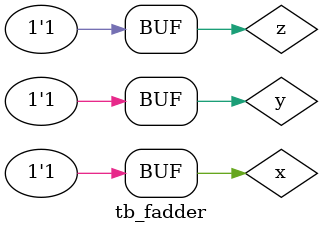
<source format=v>
module tb_fadder;
    reg x,y,z;
    wire s,c;
    fadder_df f1(s,c,x,y,z);
    initial
        $monitor($time," x=%1b,y=%1b,z=%1b,s=%1b,c=%1b",x,y,z,s,c);
    initial 
        begin   
            #0 x=1'b0;y=1'b0;z=1'b0;
            #4 x=1'b1;y=1'b0;z=1'b0;
            #4 x=1'b0;y=1'b1;z=1'b0;
            #4 x=1'b1;y=1'b1;z=1'b0;
            #4 x=1'b0;y=1'b0;z=1'b1;
            #4 x=1'b1;y=1'b0;z=1'b1;
            #4 x=1'b0;y=1'b1;z=1'b1;
            #4 x=1'b1;y=1'b1;z=1'b1;
        end
endmodule


</source>
